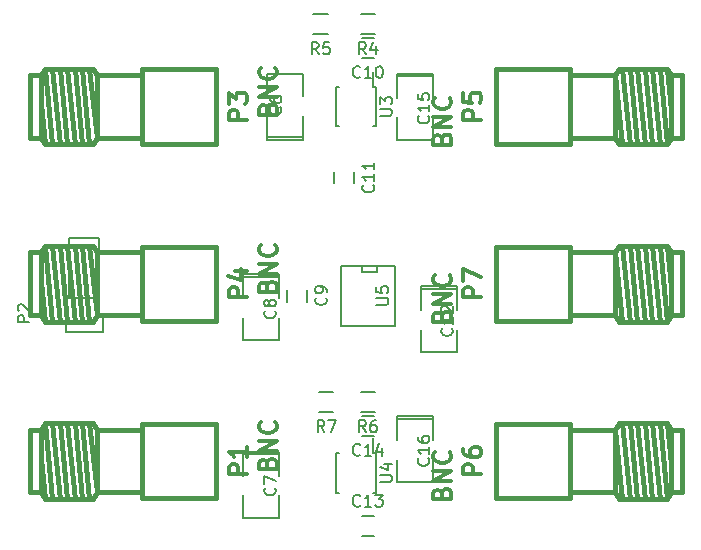
<source format=gto>
G04 #@! TF.FileFunction,Legend,Top*
%FSLAX46Y46*%
G04 Gerber Fmt 4.6, Leading zero omitted, Abs format (unit mm)*
G04 Created by KiCad (PCBNEW (2014-11-17 BZR 5289)-product) date Sat 29 Aug 2015 09:05:05 PM EDT*
%MOMM*%
G01*
G04 APERTURE LIST*
%ADD10C,0.100000*%
%ADD11C,0.150000*%
%ADD12C,0.381000*%
%ADD13C,0.304800*%
G04 APERTURE END LIST*
D10*
D11*
X160476000Y-91794000D02*
X163524000Y-91794000D01*
X163524000Y-88111000D02*
X163524000Y-86206000D01*
X163524000Y-86206000D02*
X160476000Y-86206000D01*
X160476000Y-86206000D02*
X160476000Y-88111000D01*
X160476000Y-89762000D02*
X160476000Y-91794000D01*
X160476000Y-91594000D02*
X163524000Y-91594000D01*
X163524000Y-91794000D02*
X163524000Y-89762000D01*
X161524000Y-118206000D02*
X158476000Y-118206000D01*
X158476000Y-121889000D02*
X158476000Y-123794000D01*
X158476000Y-123794000D02*
X161524000Y-123794000D01*
X161524000Y-123794000D02*
X161524000Y-121889000D01*
X161524000Y-120238000D02*
X161524000Y-118206000D01*
X161524000Y-118406000D02*
X158476000Y-118406000D01*
X158476000Y-118206000D02*
X158476000Y-120238000D01*
X161524000Y-103206000D02*
X158476000Y-103206000D01*
X158476000Y-106889000D02*
X158476000Y-108794000D01*
X158476000Y-108794000D02*
X161524000Y-108794000D01*
X161524000Y-108794000D02*
X161524000Y-106889000D01*
X161524000Y-105238000D02*
X161524000Y-103206000D01*
X161524000Y-103406000D02*
X158476000Y-103406000D01*
X158476000Y-103206000D02*
X158476000Y-105238000D01*
X163850000Y-105500000D02*
X163850000Y-104500000D01*
X162150000Y-104500000D02*
X162150000Y-105500000D01*
X168500000Y-84850000D02*
X169500000Y-84850000D01*
X169500000Y-83150000D02*
X168500000Y-83150000D01*
X167850000Y-95500000D02*
X167850000Y-94500000D01*
X166150000Y-94500000D02*
X166150000Y-95500000D01*
X176524000Y-104206000D02*
X173476000Y-104206000D01*
X173476000Y-107889000D02*
X173476000Y-109794000D01*
X173476000Y-109794000D02*
X176524000Y-109794000D01*
X176524000Y-109794000D02*
X176524000Y-107889000D01*
X176524000Y-106238000D02*
X176524000Y-104206000D01*
X176524000Y-104406000D02*
X173476000Y-104406000D01*
X173476000Y-104206000D02*
X173476000Y-106238000D01*
X169500000Y-123650000D02*
X168500000Y-123650000D01*
X168500000Y-125350000D02*
X169500000Y-125350000D01*
X168500000Y-116850000D02*
X169500000Y-116850000D01*
X169500000Y-115150000D02*
X168500000Y-115150000D01*
X174524000Y-86206000D02*
X171476000Y-86206000D01*
X171476000Y-89889000D02*
X171476000Y-91794000D01*
X171476000Y-91794000D02*
X174524000Y-91794000D01*
X174524000Y-91794000D02*
X174524000Y-89889000D01*
X174524000Y-88238000D02*
X174524000Y-86206000D01*
X174524000Y-86406000D02*
X171476000Y-86406000D01*
X171476000Y-86206000D02*
X171476000Y-88238000D01*
X174524000Y-115206000D02*
X171476000Y-115206000D01*
X171476000Y-118889000D02*
X171476000Y-120794000D01*
X171476000Y-120794000D02*
X174524000Y-120794000D01*
X174524000Y-120794000D02*
X174524000Y-118889000D01*
X174524000Y-117238000D02*
X174524000Y-115206000D01*
X174524000Y-115406000D02*
X171476000Y-115406000D01*
X171476000Y-115206000D02*
X171476000Y-117238000D01*
D12*
X141343940Y-116340620D02*
X140399060Y-116340620D01*
X141343940Y-121659380D02*
X140399060Y-121659380D01*
X149850400Y-121659380D02*
X146070880Y-121659380D01*
X149850400Y-116340620D02*
X146070880Y-116340620D01*
X141658900Y-122192780D02*
X141343940Y-118733300D01*
X145440960Y-115807220D02*
X146070880Y-121659380D01*
X145440960Y-122192780D02*
X144811040Y-115807220D01*
X144811040Y-122192780D02*
X144181120Y-115807220D01*
X144181120Y-122192780D02*
X143551200Y-115807220D01*
X143551200Y-122192780D02*
X142918740Y-115807220D01*
X142918740Y-122192780D02*
X142288820Y-115807220D01*
X142288820Y-122192780D02*
X141658900Y-115807220D01*
X141658900Y-122192780D02*
X141343940Y-121659380D01*
X141343940Y-121659380D02*
X141343940Y-116340620D01*
X141343940Y-116340620D02*
X141658900Y-115807220D01*
X141658900Y-115807220D02*
X145755920Y-115807220D01*
X145755920Y-115807220D02*
X146070880Y-116340620D01*
X146070880Y-116340620D02*
X146070880Y-121659380D01*
X146070880Y-121659380D02*
X145755920Y-122192780D01*
X145755920Y-122192780D02*
X141658900Y-122192780D01*
X140399060Y-116340620D02*
X140399060Y-121659380D01*
X149850400Y-122149600D02*
X149850400Y-115850400D01*
X149850400Y-115850400D02*
X156149600Y-115850400D01*
X156149600Y-115850400D02*
X156149600Y-122149600D01*
X156149600Y-122149600D02*
X149850400Y-122149600D01*
X141343940Y-86340620D02*
X140399060Y-86340620D01*
X141343940Y-91659380D02*
X140399060Y-91659380D01*
X149850400Y-91659380D02*
X146070880Y-91659380D01*
X149850400Y-86340620D02*
X146070880Y-86340620D01*
X141658900Y-92192780D02*
X141343940Y-88733300D01*
X145440960Y-85807220D02*
X146070880Y-91659380D01*
X145440960Y-92192780D02*
X144811040Y-85807220D01*
X144811040Y-92192780D02*
X144181120Y-85807220D01*
X144181120Y-92192780D02*
X143551200Y-85807220D01*
X143551200Y-92192780D02*
X142918740Y-85807220D01*
X142918740Y-92192780D02*
X142288820Y-85807220D01*
X142288820Y-92192780D02*
X141658900Y-85807220D01*
X141658900Y-92192780D02*
X141343940Y-91659380D01*
X141343940Y-91659380D02*
X141343940Y-86340620D01*
X141343940Y-86340620D02*
X141658900Y-85807220D01*
X141658900Y-85807220D02*
X145755920Y-85807220D01*
X145755920Y-85807220D02*
X146070880Y-86340620D01*
X146070880Y-86340620D02*
X146070880Y-91659380D01*
X146070880Y-91659380D02*
X145755920Y-92192780D01*
X145755920Y-92192780D02*
X141658900Y-92192780D01*
X140399060Y-86340620D02*
X140399060Y-91659380D01*
X149850400Y-92149600D02*
X149850400Y-85850400D01*
X149850400Y-85850400D02*
X156149600Y-85850400D01*
X156149600Y-85850400D02*
X156149600Y-92149600D01*
X156149600Y-92149600D02*
X149850400Y-92149600D01*
X141343940Y-101340620D02*
X140399060Y-101340620D01*
X141343940Y-106659380D02*
X140399060Y-106659380D01*
X149850400Y-106659380D02*
X146070880Y-106659380D01*
X149850400Y-101340620D02*
X146070880Y-101340620D01*
X141658900Y-107192780D02*
X141343940Y-103733300D01*
X145440960Y-100807220D02*
X146070880Y-106659380D01*
X145440960Y-107192780D02*
X144811040Y-100807220D01*
X144811040Y-107192780D02*
X144181120Y-100807220D01*
X144181120Y-107192780D02*
X143551200Y-100807220D01*
X143551200Y-107192780D02*
X142918740Y-100807220D01*
X142918740Y-107192780D02*
X142288820Y-100807220D01*
X142288820Y-107192780D02*
X141658900Y-100807220D01*
X141658900Y-107192780D02*
X141343940Y-106659380D01*
X141343940Y-106659380D02*
X141343940Y-101340620D01*
X141343940Y-101340620D02*
X141658900Y-100807220D01*
X141658900Y-100807220D02*
X145755920Y-100807220D01*
X145755920Y-100807220D02*
X146070880Y-101340620D01*
X146070880Y-101340620D02*
X146070880Y-106659380D01*
X146070880Y-106659380D02*
X145755920Y-107192780D01*
X145755920Y-107192780D02*
X141658900Y-107192780D01*
X140399060Y-101340620D02*
X140399060Y-106659380D01*
X149850400Y-107149600D02*
X149850400Y-100850400D01*
X149850400Y-100850400D02*
X156149600Y-100850400D01*
X156149600Y-100850400D02*
X156149600Y-107149600D01*
X156149600Y-107149600D02*
X149850400Y-107149600D01*
X194656060Y-91659380D02*
X195600940Y-91659380D01*
X194656060Y-86340620D02*
X195600940Y-86340620D01*
X186149600Y-86340620D02*
X189929120Y-86340620D01*
X186149600Y-91659380D02*
X189929120Y-91659380D01*
X194341100Y-85807220D02*
X194656060Y-89266700D01*
X190559040Y-92192780D02*
X189929120Y-86340620D01*
X190559040Y-85807220D02*
X191188960Y-92192780D01*
X191188960Y-85807220D02*
X191818880Y-92192780D01*
X191818880Y-85807220D02*
X192448800Y-92192780D01*
X192448800Y-85807220D02*
X193081260Y-92192780D01*
X193081260Y-85807220D02*
X193711180Y-92192780D01*
X193711180Y-85807220D02*
X194341100Y-92192780D01*
X194341100Y-85807220D02*
X194656060Y-86340620D01*
X194656060Y-86340620D02*
X194656060Y-91659380D01*
X194656060Y-91659380D02*
X194341100Y-92192780D01*
X194341100Y-92192780D02*
X190244080Y-92192780D01*
X190244080Y-92192780D02*
X189929120Y-91659380D01*
X189929120Y-91659380D02*
X189929120Y-86340620D01*
X189929120Y-86340620D02*
X190244080Y-85807220D01*
X190244080Y-85807220D02*
X194341100Y-85807220D01*
X195600940Y-91659380D02*
X195600940Y-86340620D01*
X186149600Y-85850400D02*
X186149600Y-92149600D01*
X186149600Y-92149600D02*
X179850400Y-92149600D01*
X179850400Y-92149600D02*
X179850400Y-85850400D01*
X179850400Y-85850400D02*
X186149600Y-85850400D01*
X194656060Y-121659380D02*
X195600940Y-121659380D01*
X194656060Y-116340620D02*
X195600940Y-116340620D01*
X186149600Y-116340620D02*
X189929120Y-116340620D01*
X186149600Y-121659380D02*
X189929120Y-121659380D01*
X194341100Y-115807220D02*
X194656060Y-119266700D01*
X190559040Y-122192780D02*
X189929120Y-116340620D01*
X190559040Y-115807220D02*
X191188960Y-122192780D01*
X191188960Y-115807220D02*
X191818880Y-122192780D01*
X191818880Y-115807220D02*
X192448800Y-122192780D01*
X192448800Y-115807220D02*
X193081260Y-122192780D01*
X193081260Y-115807220D02*
X193711180Y-122192780D01*
X193711180Y-115807220D02*
X194341100Y-122192780D01*
X194341100Y-115807220D02*
X194656060Y-116340620D01*
X194656060Y-116340620D02*
X194656060Y-121659380D01*
X194656060Y-121659380D02*
X194341100Y-122192780D01*
X194341100Y-122192780D02*
X190244080Y-122192780D01*
X190244080Y-122192780D02*
X189929120Y-121659380D01*
X189929120Y-121659380D02*
X189929120Y-116340620D01*
X189929120Y-116340620D02*
X190244080Y-115807220D01*
X190244080Y-115807220D02*
X194341100Y-115807220D01*
X195600940Y-121659380D02*
X195600940Y-116340620D01*
X186149600Y-115850400D02*
X186149600Y-122149600D01*
X186149600Y-122149600D02*
X179850400Y-122149600D01*
X179850400Y-122149600D02*
X179850400Y-115850400D01*
X179850400Y-115850400D02*
X186149600Y-115850400D01*
X194656060Y-106659380D02*
X195600940Y-106659380D01*
X194656060Y-101340620D02*
X195600940Y-101340620D01*
X186149600Y-101340620D02*
X189929120Y-101340620D01*
X186149600Y-106659380D02*
X189929120Y-106659380D01*
X194341100Y-100807220D02*
X194656060Y-104266700D01*
X190559040Y-107192780D02*
X189929120Y-101340620D01*
X190559040Y-100807220D02*
X191188960Y-107192780D01*
X191188960Y-100807220D02*
X191818880Y-107192780D01*
X191818880Y-100807220D02*
X192448800Y-107192780D01*
X192448800Y-100807220D02*
X193081260Y-107192780D01*
X193081260Y-100807220D02*
X193711180Y-107192780D01*
X193711180Y-100807220D02*
X194341100Y-107192780D01*
X194341100Y-100807220D02*
X194656060Y-101340620D01*
X194656060Y-101340620D02*
X194656060Y-106659380D01*
X194656060Y-106659380D02*
X194341100Y-107192780D01*
X194341100Y-107192780D02*
X190244080Y-107192780D01*
X190244080Y-107192780D02*
X189929120Y-106659380D01*
X189929120Y-106659380D02*
X189929120Y-101340620D01*
X189929120Y-101340620D02*
X190244080Y-100807220D01*
X190244080Y-100807220D02*
X194341100Y-100807220D01*
X195600940Y-106659380D02*
X195600940Y-101340620D01*
X186149600Y-100850400D02*
X186149600Y-107149600D01*
X186149600Y-107149600D02*
X179850400Y-107149600D01*
X179850400Y-107149600D02*
X179850400Y-100850400D01*
X179850400Y-100850400D02*
X186149600Y-100850400D01*
D11*
X168400000Y-81125000D02*
X169600000Y-81125000D01*
X169600000Y-82875000D02*
X168400000Y-82875000D01*
X164400000Y-81125000D02*
X165600000Y-81125000D01*
X165600000Y-82875000D02*
X164400000Y-82875000D01*
X168400000Y-113125000D02*
X169600000Y-113125000D01*
X169600000Y-114875000D02*
X168400000Y-114875000D01*
X164900000Y-113125000D02*
X166100000Y-113125000D01*
X166100000Y-114875000D02*
X164900000Y-114875000D01*
X169675000Y-87325000D02*
X169425000Y-87325000D01*
X169675000Y-90675000D02*
X169425000Y-90675000D01*
X166325000Y-90675000D02*
X166575000Y-90675000D01*
X166325000Y-87325000D02*
X166575000Y-87325000D01*
X169675000Y-87325000D02*
X169675000Y-90675000D01*
X166325000Y-87325000D02*
X166325000Y-90675000D01*
X169425000Y-87325000D02*
X169425000Y-86075000D01*
X169675000Y-118325000D02*
X169425000Y-118325000D01*
X169675000Y-121675000D02*
X169425000Y-121675000D01*
X166325000Y-121675000D02*
X166575000Y-121675000D01*
X166325000Y-118325000D02*
X166575000Y-118325000D01*
X169675000Y-118325000D02*
X169675000Y-121675000D01*
X166325000Y-118325000D02*
X166325000Y-121675000D01*
X169425000Y-118325000D02*
X169425000Y-117075000D01*
X171286000Y-102460000D02*
X171286000Y-107540000D01*
X171286000Y-107540000D02*
X166714000Y-107540000D01*
X166714000Y-107540000D02*
X166714000Y-102460000D01*
X166714000Y-102460000D02*
X171286000Y-102460000D01*
X169762000Y-102460000D02*
X169762000Y-102968000D01*
X169762000Y-102968000D02*
X168492000Y-102968000D01*
X168492000Y-102968000D02*
X168492000Y-102460000D01*
X143450000Y-106500000D02*
X143450000Y-108050000D01*
X143450000Y-108050000D02*
X146550000Y-108050000D01*
X146550000Y-108050000D02*
X146550000Y-106500000D01*
X143730000Y-105230000D02*
X143730000Y-100150000D01*
X143730000Y-100150000D02*
X146270000Y-100150000D01*
X146270000Y-100150000D02*
X146270000Y-105230000D01*
X146270000Y-105230000D02*
X143730000Y-105230000D01*
X161595143Y-89039666D02*
X161642762Y-89087285D01*
X161690381Y-89230142D01*
X161690381Y-89325380D01*
X161642762Y-89468238D01*
X161547524Y-89563476D01*
X161452286Y-89611095D01*
X161261810Y-89658714D01*
X161118952Y-89658714D01*
X160928476Y-89611095D01*
X160833238Y-89563476D01*
X160738000Y-89468238D01*
X160690381Y-89325380D01*
X160690381Y-89230142D01*
X160738000Y-89087285D01*
X160785619Y-89039666D01*
X160690381Y-88182523D02*
X160690381Y-88373000D01*
X160738000Y-88468238D01*
X160785619Y-88515857D01*
X160928476Y-88611095D01*
X161118952Y-88658714D01*
X161499905Y-88658714D01*
X161595143Y-88611095D01*
X161642762Y-88563476D01*
X161690381Y-88468238D01*
X161690381Y-88277761D01*
X161642762Y-88182523D01*
X161595143Y-88134904D01*
X161499905Y-88087285D01*
X161261810Y-88087285D01*
X161166571Y-88134904D01*
X161118952Y-88182523D01*
X161071333Y-88277761D01*
X161071333Y-88468238D01*
X161118952Y-88563476D01*
X161166571Y-88611095D01*
X161261810Y-88658714D01*
X161119143Y-121293666D02*
X161166762Y-121341285D01*
X161214381Y-121484142D01*
X161214381Y-121579380D01*
X161166762Y-121722238D01*
X161071524Y-121817476D01*
X160976286Y-121865095D01*
X160785810Y-121912714D01*
X160642952Y-121912714D01*
X160452476Y-121865095D01*
X160357238Y-121817476D01*
X160262000Y-121722238D01*
X160214381Y-121579380D01*
X160214381Y-121484142D01*
X160262000Y-121341285D01*
X160309619Y-121293666D01*
X160214381Y-120960333D02*
X160214381Y-120293666D01*
X161214381Y-120722238D01*
X161119143Y-106293666D02*
X161166762Y-106341285D01*
X161214381Y-106484142D01*
X161214381Y-106579380D01*
X161166762Y-106722238D01*
X161071524Y-106817476D01*
X160976286Y-106865095D01*
X160785810Y-106912714D01*
X160642952Y-106912714D01*
X160452476Y-106865095D01*
X160357238Y-106817476D01*
X160262000Y-106722238D01*
X160214381Y-106579380D01*
X160214381Y-106484142D01*
X160262000Y-106341285D01*
X160309619Y-106293666D01*
X160642952Y-105722238D02*
X160595333Y-105817476D01*
X160547714Y-105865095D01*
X160452476Y-105912714D01*
X160404857Y-105912714D01*
X160309619Y-105865095D01*
X160262000Y-105817476D01*
X160214381Y-105722238D01*
X160214381Y-105531761D01*
X160262000Y-105436523D01*
X160309619Y-105388904D01*
X160404857Y-105341285D01*
X160452476Y-105341285D01*
X160547714Y-105388904D01*
X160595333Y-105436523D01*
X160642952Y-105531761D01*
X160642952Y-105722238D01*
X160690571Y-105817476D01*
X160738190Y-105865095D01*
X160833429Y-105912714D01*
X161023905Y-105912714D01*
X161119143Y-105865095D01*
X161166762Y-105817476D01*
X161214381Y-105722238D01*
X161214381Y-105531761D01*
X161166762Y-105436523D01*
X161119143Y-105388904D01*
X161023905Y-105341285D01*
X160833429Y-105341285D01*
X160738190Y-105388904D01*
X160690571Y-105436523D01*
X160642952Y-105531761D01*
X165457143Y-105166666D02*
X165504762Y-105214285D01*
X165552381Y-105357142D01*
X165552381Y-105452380D01*
X165504762Y-105595238D01*
X165409524Y-105690476D01*
X165314286Y-105738095D01*
X165123810Y-105785714D01*
X164980952Y-105785714D01*
X164790476Y-105738095D01*
X164695238Y-105690476D01*
X164600000Y-105595238D01*
X164552381Y-105452380D01*
X164552381Y-105357142D01*
X164600000Y-105214285D01*
X164647619Y-105166666D01*
X165552381Y-104690476D02*
X165552381Y-104500000D01*
X165504762Y-104404761D01*
X165457143Y-104357142D01*
X165314286Y-104261904D01*
X165123810Y-104214285D01*
X164742857Y-104214285D01*
X164647619Y-104261904D01*
X164600000Y-104309523D01*
X164552381Y-104404761D01*
X164552381Y-104595238D01*
X164600000Y-104690476D01*
X164647619Y-104738095D01*
X164742857Y-104785714D01*
X164980952Y-104785714D01*
X165076190Y-104738095D01*
X165123810Y-104690476D01*
X165171429Y-104595238D01*
X165171429Y-104404761D01*
X165123810Y-104309523D01*
X165076190Y-104261904D01*
X164980952Y-104214285D01*
X168357143Y-86457143D02*
X168309524Y-86504762D01*
X168166667Y-86552381D01*
X168071429Y-86552381D01*
X167928571Y-86504762D01*
X167833333Y-86409524D01*
X167785714Y-86314286D01*
X167738095Y-86123810D01*
X167738095Y-85980952D01*
X167785714Y-85790476D01*
X167833333Y-85695238D01*
X167928571Y-85600000D01*
X168071429Y-85552381D01*
X168166667Y-85552381D01*
X168309524Y-85600000D01*
X168357143Y-85647619D01*
X169309524Y-86552381D02*
X168738095Y-86552381D01*
X169023809Y-86552381D02*
X169023809Y-85552381D01*
X168928571Y-85695238D01*
X168833333Y-85790476D01*
X168738095Y-85838095D01*
X169928571Y-85552381D02*
X170023810Y-85552381D01*
X170119048Y-85600000D01*
X170166667Y-85647619D01*
X170214286Y-85742857D01*
X170261905Y-85933333D01*
X170261905Y-86171429D01*
X170214286Y-86361905D01*
X170166667Y-86457143D01*
X170119048Y-86504762D01*
X170023810Y-86552381D01*
X169928571Y-86552381D01*
X169833333Y-86504762D01*
X169785714Y-86457143D01*
X169738095Y-86361905D01*
X169690476Y-86171429D01*
X169690476Y-85933333D01*
X169738095Y-85742857D01*
X169785714Y-85647619D01*
X169833333Y-85600000D01*
X169928571Y-85552381D01*
X169457143Y-95642857D02*
X169504762Y-95690476D01*
X169552381Y-95833333D01*
X169552381Y-95928571D01*
X169504762Y-96071429D01*
X169409524Y-96166667D01*
X169314286Y-96214286D01*
X169123810Y-96261905D01*
X168980952Y-96261905D01*
X168790476Y-96214286D01*
X168695238Y-96166667D01*
X168600000Y-96071429D01*
X168552381Y-95928571D01*
X168552381Y-95833333D01*
X168600000Y-95690476D01*
X168647619Y-95642857D01*
X169552381Y-94690476D02*
X169552381Y-95261905D01*
X169552381Y-94976191D02*
X168552381Y-94976191D01*
X168695238Y-95071429D01*
X168790476Y-95166667D01*
X168838095Y-95261905D01*
X169552381Y-93738095D02*
X169552381Y-94309524D01*
X169552381Y-94023810D02*
X168552381Y-94023810D01*
X168695238Y-94119048D01*
X168790476Y-94214286D01*
X168838095Y-94309524D01*
X176119143Y-107769857D02*
X176166762Y-107817476D01*
X176214381Y-107960333D01*
X176214381Y-108055571D01*
X176166762Y-108198429D01*
X176071524Y-108293667D01*
X175976286Y-108341286D01*
X175785810Y-108388905D01*
X175642952Y-108388905D01*
X175452476Y-108341286D01*
X175357238Y-108293667D01*
X175262000Y-108198429D01*
X175214381Y-108055571D01*
X175214381Y-107960333D01*
X175262000Y-107817476D01*
X175309619Y-107769857D01*
X176214381Y-106817476D02*
X176214381Y-107388905D01*
X176214381Y-107103191D02*
X175214381Y-107103191D01*
X175357238Y-107198429D01*
X175452476Y-107293667D01*
X175500095Y-107388905D01*
X175309619Y-106436524D02*
X175262000Y-106388905D01*
X175214381Y-106293667D01*
X175214381Y-106055571D01*
X175262000Y-105960333D01*
X175309619Y-105912714D01*
X175404857Y-105865095D01*
X175500095Y-105865095D01*
X175642952Y-105912714D01*
X176214381Y-106484143D01*
X176214381Y-105865095D01*
X168357143Y-122757143D02*
X168309524Y-122804762D01*
X168166667Y-122852381D01*
X168071429Y-122852381D01*
X167928571Y-122804762D01*
X167833333Y-122709524D01*
X167785714Y-122614286D01*
X167738095Y-122423810D01*
X167738095Y-122280952D01*
X167785714Y-122090476D01*
X167833333Y-121995238D01*
X167928571Y-121900000D01*
X168071429Y-121852381D01*
X168166667Y-121852381D01*
X168309524Y-121900000D01*
X168357143Y-121947619D01*
X169309524Y-122852381D02*
X168738095Y-122852381D01*
X169023809Y-122852381D02*
X169023809Y-121852381D01*
X168928571Y-121995238D01*
X168833333Y-122090476D01*
X168738095Y-122138095D01*
X169642857Y-121852381D02*
X170261905Y-121852381D01*
X169928571Y-122233333D01*
X170071429Y-122233333D01*
X170166667Y-122280952D01*
X170214286Y-122328571D01*
X170261905Y-122423810D01*
X170261905Y-122661905D01*
X170214286Y-122757143D01*
X170166667Y-122804762D01*
X170071429Y-122852381D01*
X169785714Y-122852381D01*
X169690476Y-122804762D01*
X169642857Y-122757143D01*
X168357143Y-118457143D02*
X168309524Y-118504762D01*
X168166667Y-118552381D01*
X168071429Y-118552381D01*
X167928571Y-118504762D01*
X167833333Y-118409524D01*
X167785714Y-118314286D01*
X167738095Y-118123810D01*
X167738095Y-117980952D01*
X167785714Y-117790476D01*
X167833333Y-117695238D01*
X167928571Y-117600000D01*
X168071429Y-117552381D01*
X168166667Y-117552381D01*
X168309524Y-117600000D01*
X168357143Y-117647619D01*
X169309524Y-118552381D02*
X168738095Y-118552381D01*
X169023809Y-118552381D02*
X169023809Y-117552381D01*
X168928571Y-117695238D01*
X168833333Y-117790476D01*
X168738095Y-117838095D01*
X170166667Y-117885714D02*
X170166667Y-118552381D01*
X169928571Y-117504762D02*
X169690476Y-118219048D01*
X170309524Y-118219048D01*
X174119143Y-89769857D02*
X174166762Y-89817476D01*
X174214381Y-89960333D01*
X174214381Y-90055571D01*
X174166762Y-90198429D01*
X174071524Y-90293667D01*
X173976286Y-90341286D01*
X173785810Y-90388905D01*
X173642952Y-90388905D01*
X173452476Y-90341286D01*
X173357238Y-90293667D01*
X173262000Y-90198429D01*
X173214381Y-90055571D01*
X173214381Y-89960333D01*
X173262000Y-89817476D01*
X173309619Y-89769857D01*
X174214381Y-88817476D02*
X174214381Y-89388905D01*
X174214381Y-89103191D02*
X173214381Y-89103191D01*
X173357238Y-89198429D01*
X173452476Y-89293667D01*
X173500095Y-89388905D01*
X173214381Y-87912714D02*
X173214381Y-88388905D01*
X173690571Y-88436524D01*
X173642952Y-88388905D01*
X173595333Y-88293667D01*
X173595333Y-88055571D01*
X173642952Y-87960333D01*
X173690571Y-87912714D01*
X173785810Y-87865095D01*
X174023905Y-87865095D01*
X174119143Y-87912714D01*
X174166762Y-87960333D01*
X174214381Y-88055571D01*
X174214381Y-88293667D01*
X174166762Y-88388905D01*
X174119143Y-88436524D01*
X174119143Y-118769857D02*
X174166762Y-118817476D01*
X174214381Y-118960333D01*
X174214381Y-119055571D01*
X174166762Y-119198429D01*
X174071524Y-119293667D01*
X173976286Y-119341286D01*
X173785810Y-119388905D01*
X173642952Y-119388905D01*
X173452476Y-119341286D01*
X173357238Y-119293667D01*
X173262000Y-119198429D01*
X173214381Y-119055571D01*
X173214381Y-118960333D01*
X173262000Y-118817476D01*
X173309619Y-118769857D01*
X174214381Y-117817476D02*
X174214381Y-118388905D01*
X174214381Y-118103191D02*
X173214381Y-118103191D01*
X173357238Y-118198429D01*
X173452476Y-118293667D01*
X173500095Y-118388905D01*
X173214381Y-116960333D02*
X173214381Y-117150810D01*
X173262000Y-117246048D01*
X173309619Y-117293667D01*
X173452476Y-117388905D01*
X173642952Y-117436524D01*
X174023905Y-117436524D01*
X174119143Y-117388905D01*
X174166762Y-117341286D01*
X174214381Y-117246048D01*
X174214381Y-117055571D01*
X174166762Y-116960333D01*
X174119143Y-116912714D01*
X174023905Y-116865095D01*
X173785810Y-116865095D01*
X173690571Y-116912714D01*
X173642952Y-116960333D01*
X173595333Y-117055571D01*
X173595333Y-117246048D01*
X173642952Y-117341286D01*
X173690571Y-117388905D01*
X173785810Y-117436524D01*
D13*
X158769429Y-120124857D02*
X157245429Y-120124857D01*
X157245429Y-119544285D01*
X157318000Y-119399143D01*
X157390571Y-119326571D01*
X157535714Y-119254000D01*
X157753429Y-119254000D01*
X157898571Y-119326571D01*
X157971143Y-119399143D01*
X158043714Y-119544285D01*
X158043714Y-120124857D01*
X158769429Y-117802571D02*
X158769429Y-118673428D01*
X158769429Y-118238000D02*
X157245429Y-118238000D01*
X157463143Y-118383143D01*
X157608286Y-118528285D01*
X157680857Y-118673428D01*
X160511143Y-119181428D02*
X160583714Y-118963714D01*
X160656286Y-118891142D01*
X160801429Y-118818571D01*
X161019143Y-118818571D01*
X161164286Y-118891142D01*
X161236857Y-118963714D01*
X161309429Y-119108856D01*
X161309429Y-119689428D01*
X159785429Y-119689428D01*
X159785429Y-119181428D01*
X159858000Y-119036285D01*
X159930571Y-118963714D01*
X160075714Y-118891142D01*
X160220857Y-118891142D01*
X160366000Y-118963714D01*
X160438571Y-119036285D01*
X160511143Y-119181428D01*
X160511143Y-119689428D01*
X161309429Y-118165428D02*
X159785429Y-118165428D01*
X161309429Y-117294571D01*
X159785429Y-117294571D01*
X161164286Y-115698000D02*
X161236857Y-115770571D01*
X161309429Y-115988285D01*
X161309429Y-116133428D01*
X161236857Y-116351143D01*
X161091714Y-116496285D01*
X160946571Y-116568857D01*
X160656286Y-116641428D01*
X160438571Y-116641428D01*
X160148286Y-116568857D01*
X160003143Y-116496285D01*
X159858000Y-116351143D01*
X159785429Y-116133428D01*
X159785429Y-115988285D01*
X159858000Y-115770571D01*
X159930571Y-115698000D01*
X158769429Y-90124857D02*
X157245429Y-90124857D01*
X157245429Y-89544285D01*
X157318000Y-89399143D01*
X157390571Y-89326571D01*
X157535714Y-89254000D01*
X157753429Y-89254000D01*
X157898571Y-89326571D01*
X157971143Y-89399143D01*
X158043714Y-89544285D01*
X158043714Y-90124857D01*
X157245429Y-88746000D02*
X157245429Y-87802571D01*
X157826000Y-88310571D01*
X157826000Y-88092857D01*
X157898571Y-87947714D01*
X157971143Y-87875143D01*
X158116286Y-87802571D01*
X158479143Y-87802571D01*
X158624286Y-87875143D01*
X158696857Y-87947714D01*
X158769429Y-88092857D01*
X158769429Y-88528285D01*
X158696857Y-88673428D01*
X158624286Y-88746000D01*
X160511143Y-89181428D02*
X160583714Y-88963714D01*
X160656286Y-88891142D01*
X160801429Y-88818571D01*
X161019143Y-88818571D01*
X161164286Y-88891142D01*
X161236857Y-88963714D01*
X161309429Y-89108856D01*
X161309429Y-89689428D01*
X159785429Y-89689428D01*
X159785429Y-89181428D01*
X159858000Y-89036285D01*
X159930571Y-88963714D01*
X160075714Y-88891142D01*
X160220857Y-88891142D01*
X160366000Y-88963714D01*
X160438571Y-89036285D01*
X160511143Y-89181428D01*
X160511143Y-89689428D01*
X161309429Y-88165428D02*
X159785429Y-88165428D01*
X161309429Y-87294571D01*
X159785429Y-87294571D01*
X161164286Y-85698000D02*
X161236857Y-85770571D01*
X161309429Y-85988285D01*
X161309429Y-86133428D01*
X161236857Y-86351143D01*
X161091714Y-86496285D01*
X160946571Y-86568857D01*
X160656286Y-86641428D01*
X160438571Y-86641428D01*
X160148286Y-86568857D01*
X160003143Y-86496285D01*
X159858000Y-86351143D01*
X159785429Y-86133428D01*
X159785429Y-85988285D01*
X159858000Y-85770571D01*
X159930571Y-85698000D01*
X158769429Y-105124857D02*
X157245429Y-105124857D01*
X157245429Y-104544285D01*
X157318000Y-104399143D01*
X157390571Y-104326571D01*
X157535714Y-104254000D01*
X157753429Y-104254000D01*
X157898571Y-104326571D01*
X157971143Y-104399143D01*
X158043714Y-104544285D01*
X158043714Y-105124857D01*
X157753429Y-102947714D02*
X158769429Y-102947714D01*
X157172857Y-103310571D02*
X158261429Y-103673428D01*
X158261429Y-102730000D01*
X160511143Y-104181428D02*
X160583714Y-103963714D01*
X160656286Y-103891142D01*
X160801429Y-103818571D01*
X161019143Y-103818571D01*
X161164286Y-103891142D01*
X161236857Y-103963714D01*
X161309429Y-104108856D01*
X161309429Y-104689428D01*
X159785429Y-104689428D01*
X159785429Y-104181428D01*
X159858000Y-104036285D01*
X159930571Y-103963714D01*
X160075714Y-103891142D01*
X160220857Y-103891142D01*
X160366000Y-103963714D01*
X160438571Y-104036285D01*
X160511143Y-104181428D01*
X160511143Y-104689428D01*
X161309429Y-103165428D02*
X159785429Y-103165428D01*
X161309429Y-102294571D01*
X159785429Y-102294571D01*
X161164286Y-100698000D02*
X161236857Y-100770571D01*
X161309429Y-100988285D01*
X161309429Y-101133428D01*
X161236857Y-101351143D01*
X161091714Y-101496285D01*
X160946571Y-101568857D01*
X160656286Y-101641428D01*
X160438571Y-101641428D01*
X160148286Y-101568857D01*
X160003143Y-101496285D01*
X159858000Y-101351143D01*
X159785429Y-101133428D01*
X159785429Y-100988285D01*
X159858000Y-100770571D01*
X159930571Y-100698000D01*
X178609429Y-90124857D02*
X177085429Y-90124857D01*
X177085429Y-89544285D01*
X177158000Y-89399143D01*
X177230571Y-89326571D01*
X177375714Y-89254000D01*
X177593429Y-89254000D01*
X177738571Y-89326571D01*
X177811143Y-89399143D01*
X177883714Y-89544285D01*
X177883714Y-90124857D01*
X177085429Y-87875143D02*
X177085429Y-88600857D01*
X177811143Y-88673428D01*
X177738571Y-88600857D01*
X177666000Y-88455714D01*
X177666000Y-88092857D01*
X177738571Y-87947714D01*
X177811143Y-87875143D01*
X177956286Y-87802571D01*
X178319143Y-87802571D01*
X178464286Y-87875143D01*
X178536857Y-87947714D01*
X178609429Y-88092857D01*
X178609429Y-88455714D01*
X178536857Y-88600857D01*
X178464286Y-88673428D01*
X175271143Y-91721428D02*
X175343714Y-91503714D01*
X175416286Y-91431142D01*
X175561429Y-91358571D01*
X175779143Y-91358571D01*
X175924286Y-91431142D01*
X175996857Y-91503714D01*
X176069429Y-91648856D01*
X176069429Y-92229428D01*
X174545429Y-92229428D01*
X174545429Y-91721428D01*
X174618000Y-91576285D01*
X174690571Y-91503714D01*
X174835714Y-91431142D01*
X174980857Y-91431142D01*
X175126000Y-91503714D01*
X175198571Y-91576285D01*
X175271143Y-91721428D01*
X175271143Y-92229428D01*
X176069429Y-90705428D02*
X174545429Y-90705428D01*
X176069429Y-89834571D01*
X174545429Y-89834571D01*
X175924286Y-88238000D02*
X175996857Y-88310571D01*
X176069429Y-88528285D01*
X176069429Y-88673428D01*
X175996857Y-88891143D01*
X175851714Y-89036285D01*
X175706571Y-89108857D01*
X175416286Y-89181428D01*
X175198571Y-89181428D01*
X174908286Y-89108857D01*
X174763143Y-89036285D01*
X174618000Y-88891143D01*
X174545429Y-88673428D01*
X174545429Y-88528285D01*
X174618000Y-88310571D01*
X174690571Y-88238000D01*
X178609429Y-120124857D02*
X177085429Y-120124857D01*
X177085429Y-119544285D01*
X177158000Y-119399143D01*
X177230571Y-119326571D01*
X177375714Y-119254000D01*
X177593429Y-119254000D01*
X177738571Y-119326571D01*
X177811143Y-119399143D01*
X177883714Y-119544285D01*
X177883714Y-120124857D01*
X177085429Y-117947714D02*
X177085429Y-118238000D01*
X177158000Y-118383143D01*
X177230571Y-118455714D01*
X177448286Y-118600857D01*
X177738571Y-118673428D01*
X178319143Y-118673428D01*
X178464286Y-118600857D01*
X178536857Y-118528285D01*
X178609429Y-118383143D01*
X178609429Y-118092857D01*
X178536857Y-117947714D01*
X178464286Y-117875143D01*
X178319143Y-117802571D01*
X177956286Y-117802571D01*
X177811143Y-117875143D01*
X177738571Y-117947714D01*
X177666000Y-118092857D01*
X177666000Y-118383143D01*
X177738571Y-118528285D01*
X177811143Y-118600857D01*
X177956286Y-118673428D01*
X175271143Y-121721428D02*
X175343714Y-121503714D01*
X175416286Y-121431142D01*
X175561429Y-121358571D01*
X175779143Y-121358571D01*
X175924286Y-121431142D01*
X175996857Y-121503714D01*
X176069429Y-121648856D01*
X176069429Y-122229428D01*
X174545429Y-122229428D01*
X174545429Y-121721428D01*
X174618000Y-121576285D01*
X174690571Y-121503714D01*
X174835714Y-121431142D01*
X174980857Y-121431142D01*
X175126000Y-121503714D01*
X175198571Y-121576285D01*
X175271143Y-121721428D01*
X175271143Y-122229428D01*
X176069429Y-120705428D02*
X174545429Y-120705428D01*
X176069429Y-119834571D01*
X174545429Y-119834571D01*
X175924286Y-118238000D02*
X175996857Y-118310571D01*
X176069429Y-118528285D01*
X176069429Y-118673428D01*
X175996857Y-118891143D01*
X175851714Y-119036285D01*
X175706571Y-119108857D01*
X175416286Y-119181428D01*
X175198571Y-119181428D01*
X174908286Y-119108857D01*
X174763143Y-119036285D01*
X174618000Y-118891143D01*
X174545429Y-118673428D01*
X174545429Y-118528285D01*
X174618000Y-118310571D01*
X174690571Y-118238000D01*
X178609429Y-105124857D02*
X177085429Y-105124857D01*
X177085429Y-104544285D01*
X177158000Y-104399143D01*
X177230571Y-104326571D01*
X177375714Y-104254000D01*
X177593429Y-104254000D01*
X177738571Y-104326571D01*
X177811143Y-104399143D01*
X177883714Y-104544285D01*
X177883714Y-105124857D01*
X177085429Y-103746000D02*
X177085429Y-102730000D01*
X178609429Y-103383143D01*
X175271143Y-106721428D02*
X175343714Y-106503714D01*
X175416286Y-106431142D01*
X175561429Y-106358571D01*
X175779143Y-106358571D01*
X175924286Y-106431142D01*
X175996857Y-106503714D01*
X176069429Y-106648856D01*
X176069429Y-107229428D01*
X174545429Y-107229428D01*
X174545429Y-106721428D01*
X174618000Y-106576285D01*
X174690571Y-106503714D01*
X174835714Y-106431142D01*
X174980857Y-106431142D01*
X175126000Y-106503714D01*
X175198571Y-106576285D01*
X175271143Y-106721428D01*
X175271143Y-107229428D01*
X176069429Y-105705428D02*
X174545429Y-105705428D01*
X176069429Y-104834571D01*
X174545429Y-104834571D01*
X175924286Y-103238000D02*
X175996857Y-103310571D01*
X176069429Y-103528285D01*
X176069429Y-103673428D01*
X175996857Y-103891143D01*
X175851714Y-104036285D01*
X175706571Y-104108857D01*
X175416286Y-104181428D01*
X175198571Y-104181428D01*
X174908286Y-104108857D01*
X174763143Y-104036285D01*
X174618000Y-103891143D01*
X174545429Y-103673428D01*
X174545429Y-103528285D01*
X174618000Y-103310571D01*
X174690571Y-103238000D01*
D11*
X168833334Y-84552381D02*
X168500000Y-84076190D01*
X168261905Y-84552381D02*
X168261905Y-83552381D01*
X168642858Y-83552381D01*
X168738096Y-83600000D01*
X168785715Y-83647619D01*
X168833334Y-83742857D01*
X168833334Y-83885714D01*
X168785715Y-83980952D01*
X168738096Y-84028571D01*
X168642858Y-84076190D01*
X168261905Y-84076190D01*
X169690477Y-83885714D02*
X169690477Y-84552381D01*
X169452381Y-83504762D02*
X169214286Y-84219048D01*
X169833334Y-84219048D01*
X164833334Y-84552381D02*
X164500000Y-84076190D01*
X164261905Y-84552381D02*
X164261905Y-83552381D01*
X164642858Y-83552381D01*
X164738096Y-83600000D01*
X164785715Y-83647619D01*
X164833334Y-83742857D01*
X164833334Y-83885714D01*
X164785715Y-83980952D01*
X164738096Y-84028571D01*
X164642858Y-84076190D01*
X164261905Y-84076190D01*
X165738096Y-83552381D02*
X165261905Y-83552381D01*
X165214286Y-84028571D01*
X165261905Y-83980952D01*
X165357143Y-83933333D01*
X165595239Y-83933333D01*
X165690477Y-83980952D01*
X165738096Y-84028571D01*
X165785715Y-84123810D01*
X165785715Y-84361905D01*
X165738096Y-84457143D01*
X165690477Y-84504762D01*
X165595239Y-84552381D01*
X165357143Y-84552381D01*
X165261905Y-84504762D01*
X165214286Y-84457143D01*
X168833334Y-116552381D02*
X168500000Y-116076190D01*
X168261905Y-116552381D02*
X168261905Y-115552381D01*
X168642858Y-115552381D01*
X168738096Y-115600000D01*
X168785715Y-115647619D01*
X168833334Y-115742857D01*
X168833334Y-115885714D01*
X168785715Y-115980952D01*
X168738096Y-116028571D01*
X168642858Y-116076190D01*
X168261905Y-116076190D01*
X169690477Y-115552381D02*
X169500000Y-115552381D01*
X169404762Y-115600000D01*
X169357143Y-115647619D01*
X169261905Y-115790476D01*
X169214286Y-115980952D01*
X169214286Y-116361905D01*
X169261905Y-116457143D01*
X169309524Y-116504762D01*
X169404762Y-116552381D01*
X169595239Y-116552381D01*
X169690477Y-116504762D01*
X169738096Y-116457143D01*
X169785715Y-116361905D01*
X169785715Y-116123810D01*
X169738096Y-116028571D01*
X169690477Y-115980952D01*
X169595239Y-115933333D01*
X169404762Y-115933333D01*
X169309524Y-115980952D01*
X169261905Y-116028571D01*
X169214286Y-116123810D01*
X165333334Y-116552381D02*
X165000000Y-116076190D01*
X164761905Y-116552381D02*
X164761905Y-115552381D01*
X165142858Y-115552381D01*
X165238096Y-115600000D01*
X165285715Y-115647619D01*
X165333334Y-115742857D01*
X165333334Y-115885714D01*
X165285715Y-115980952D01*
X165238096Y-116028571D01*
X165142858Y-116076190D01*
X164761905Y-116076190D01*
X165666667Y-115552381D02*
X166333334Y-115552381D01*
X165904762Y-116552381D01*
X170052381Y-89761905D02*
X170861905Y-89761905D01*
X170957143Y-89714286D01*
X171004762Y-89666667D01*
X171052381Y-89571429D01*
X171052381Y-89380952D01*
X171004762Y-89285714D01*
X170957143Y-89238095D01*
X170861905Y-89190476D01*
X170052381Y-89190476D01*
X170052381Y-88809524D02*
X170052381Y-88190476D01*
X170433333Y-88523810D01*
X170433333Y-88380952D01*
X170480952Y-88285714D01*
X170528571Y-88238095D01*
X170623810Y-88190476D01*
X170861905Y-88190476D01*
X170957143Y-88238095D01*
X171004762Y-88285714D01*
X171052381Y-88380952D01*
X171052381Y-88666667D01*
X171004762Y-88761905D01*
X170957143Y-88809524D01*
X170052381Y-120761905D02*
X170861905Y-120761905D01*
X170957143Y-120714286D01*
X171004762Y-120666667D01*
X171052381Y-120571429D01*
X171052381Y-120380952D01*
X171004762Y-120285714D01*
X170957143Y-120238095D01*
X170861905Y-120190476D01*
X170052381Y-120190476D01*
X170385714Y-119285714D02*
X171052381Y-119285714D01*
X170004762Y-119523810D02*
X170719048Y-119761905D01*
X170719048Y-119142857D01*
X169722381Y-105761905D02*
X170531905Y-105761905D01*
X170627143Y-105714286D01*
X170674762Y-105666667D01*
X170722381Y-105571429D01*
X170722381Y-105380952D01*
X170674762Y-105285714D01*
X170627143Y-105238095D01*
X170531905Y-105190476D01*
X169722381Y-105190476D01*
X169722381Y-104238095D02*
X169722381Y-104714286D01*
X170198571Y-104761905D01*
X170150952Y-104714286D01*
X170103333Y-104619048D01*
X170103333Y-104380952D01*
X170150952Y-104285714D01*
X170198571Y-104238095D01*
X170293810Y-104190476D01*
X170531905Y-104190476D01*
X170627143Y-104238095D01*
X170674762Y-104285714D01*
X170722381Y-104380952D01*
X170722381Y-104619048D01*
X170674762Y-104714286D01*
X170627143Y-104761905D01*
X140352381Y-107238095D02*
X139352381Y-107238095D01*
X139352381Y-106857142D01*
X139400000Y-106761904D01*
X139447619Y-106714285D01*
X139542857Y-106666666D01*
X139685714Y-106666666D01*
X139780952Y-106714285D01*
X139828571Y-106761904D01*
X139876190Y-106857142D01*
X139876190Y-107238095D01*
X139447619Y-106285714D02*
X139400000Y-106238095D01*
X139352381Y-106142857D01*
X139352381Y-105904761D01*
X139400000Y-105809523D01*
X139447619Y-105761904D01*
X139542857Y-105714285D01*
X139638095Y-105714285D01*
X139780952Y-105761904D01*
X140352381Y-106333333D01*
X140352381Y-105714285D01*
M02*

</source>
